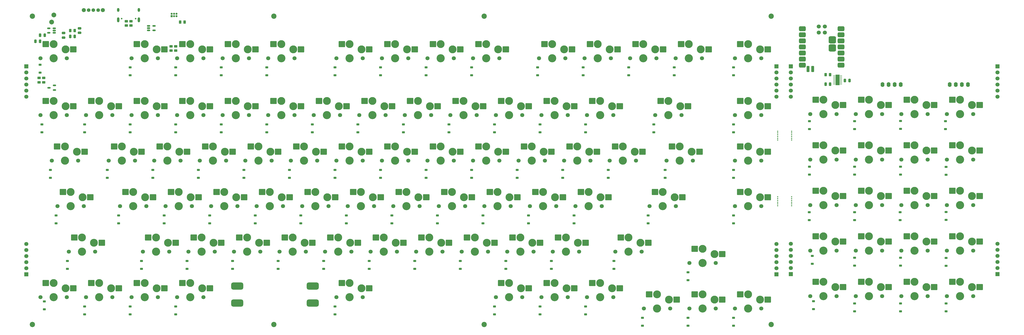
<source format=gbr>
%TF.GenerationSoftware,KiCad,Pcbnew,9.0.3*%
%TF.CreationDate,2026-01-06T15:55:56+03:00*%
%TF.ProjectId,Keyboard,4b657962-6f61-4726-942e-6b696361645f,rev?*%
%TF.SameCoordinates,Original*%
%TF.FileFunction,Soldermask,Bot*%
%TF.FilePolarity,Negative*%
%FSLAX46Y46*%
G04 Gerber Fmt 4.6, Leading zero omitted, Abs format (unit mm)*
G04 Created by KiCad (PCBNEW 9.0.3) date 2026-01-06 15:55:56*
%MOMM*%
%LPD*%
G01*
G04 APERTURE LIST*
G04 Aperture macros list*
%AMRoundRect*
0 Rectangle with rounded corners*
0 $1 Rounding radius*
0 $2 $3 $4 $5 $6 $7 $8 $9 X,Y pos of 4 corners*
0 Add a 4 corners polygon primitive as box body*
4,1,4,$2,$3,$4,$5,$6,$7,$8,$9,$2,$3,0*
0 Add four circle primitives for the rounded corners*
1,1,$1+$1,$2,$3*
1,1,$1+$1,$4,$5*
1,1,$1+$1,$6,$7*
1,1,$1+$1,$8,$9*
0 Add four rect primitives between the rounded corners*
20,1,$1+$1,$2,$3,$4,$5,0*
20,1,$1+$1,$4,$5,$6,$7,0*
20,1,$1+$1,$6,$7,$8,$9,0*
20,1,$1+$1,$8,$9,$2,$3,0*%
G04 Aperture macros list end*
%ADD10C,0.500000*%
%ADD11O,1.600000X2.000000*%
%ADD12RoundRect,0.250000X-0.250000X-0.475000X0.250000X-0.475000X0.250000X0.475000X-0.250000X0.475000X0*%
%ADD13RoundRect,0.250000X0.250000X0.475000X-0.250000X0.475000X-0.250000X-0.475000X0.250000X-0.475000X0*%
%ADD14RoundRect,0.250000X-0.475000X0.250000X-0.475000X-0.250000X0.475000X-0.250000X0.475000X0.250000X0*%
%ADD15C,1.700000*%
%ADD16R,1.700000X1.700000*%
%ADD17RoundRect,0.225000X0.375000X-0.225000X0.375000X0.225000X-0.375000X0.225000X-0.375000X-0.225000X0*%
%ADD18RoundRect,0.150000X0.512500X0.150000X-0.512500X0.150000X-0.512500X-0.150000X0.512500X-0.150000X0*%
%ADD19C,2.200000*%
%ADD20C,0.650000*%
%ADD21O,1.000000X2.100000*%
%ADD22O,1.000000X1.600000*%
%ADD23C,0.850000*%
%ADD24R,0.850000X0.850000*%
%ADD25RoundRect,0.250000X0.450000X-0.262500X0.450000X0.262500X-0.450000X0.262500X-0.450000X-0.262500X0*%
%ADD26RoundRect,0.250000X-0.450000X0.262500X-0.450000X-0.262500X0.450000X-0.262500X0.450000X0.262500X0*%
%ADD27RoundRect,0.250000X-0.262500X-0.450000X0.262500X-0.450000X0.262500X0.450000X-0.262500X0.450000X0*%
%ADD28RoundRect,0.250000X0.262500X0.450000X-0.262500X0.450000X-0.262500X-0.450000X0.262500X-0.450000X0*%
%ADD29C,3.400000*%
%ADD30C,3.300000*%
%ADD31RoundRect,0.260000X-1.065000X-1.040000X1.065000X-1.040000X1.065000X1.040000X-1.065000X1.040000X0*%
%ADD32C,2.000000*%
%ADD33RoundRect,0.150000X-0.512500X-0.150000X0.512500X-0.150000X0.512500X0.150000X-0.512500X0.150000X0*%
%ADD34RoundRect,0.525400X0.900400X0.525400X-0.900400X0.525400X-0.900400X-0.525400X0.900400X-0.525400X0*%
%ADD35RoundRect,0.775400X-0.775400X-0.775400X0.775400X-0.775400X0.775400X0.775400X-0.775400X0.775400X0*%
%ADD36RoundRect,0.300400X-0.300400X1.000400X-0.300400X-1.000400X0.300400X-1.000400X0.300400X1.000400X0*%
%ADD37RoundRect,0.750000X1.750000X0.750000X-1.750000X0.750000X-1.750000X-0.750000X1.750000X-0.750000X0*%
%ADD38C,1.712000*%
%ADD39C,1.512000*%
%ADD40R,1.750000X4.500001*%
%ADD41R,0.804800X0.249200*%
G04 APERTURE END LIST*
D10*
%TO.C,REF\u002A\u002A*%
X315699999Y-83349997D03*
X315699999Y-80389997D03*
X315699999Y-82609997D03*
X315699999Y-81129997D03*
X315699999Y-81869997D03*
X315699999Y-79649997D03*
%TD*%
%TO.C,REF\u002A\u002A*%
X321549999Y-79649997D03*
X321549999Y-82609997D03*
X321549999Y-80389997D03*
X321549999Y-81869997D03*
X321549999Y-81129997D03*
X321549999Y-83349997D03*
%TD*%
%TO.C,REF\u002A\u002A*%
X315700000Y-55850000D03*
X315700000Y-52890000D03*
X315700000Y-55110000D03*
X315700000Y-53630000D03*
X315700000Y-54370000D03*
X315700000Y-52150000D03*
%TD*%
%TO.C,REF\u002A\u002A*%
X321550000Y-52150000D03*
X321550000Y-55110000D03*
X321550000Y-52890000D03*
X321550000Y-54370000D03*
X321550000Y-53630000D03*
X321550000Y-55850000D03*
%TD*%
D11*
%TO.C,Brd11*%
X392807669Y-32582235D03*
X395347669Y-32582235D03*
X390267669Y-32582235D03*
X387727669Y-32582235D03*
%TD*%
%TO.C,Brd12*%
X359607669Y-32582235D03*
X362147669Y-32582235D03*
X367227669Y-32582235D03*
X364687669Y-32582235D03*
%TD*%
D12*
%TO.C,C3*%
X21700000Y-12500000D03*
X19800000Y-12500000D03*
%TD*%
D13*
%TO.C,C5*%
X7250000Y-12000000D03*
X9150000Y-12000000D03*
%TD*%
D12*
%TO.C,C6*%
X7200000Y-14500000D03*
X5300000Y-14500000D03*
%TD*%
D14*
%TO.C,C8*%
X17000000Y-12950000D03*
X17000000Y-11050000D03*
%TD*%
%TO.C,C11*%
X23750000Y-10950000D03*
X23750000Y-9050000D03*
%TD*%
D13*
%TO.C,C12*%
X337677669Y-32432235D03*
X335777669Y-32432235D03*
%TD*%
D12*
%TO.C,C13*%
X343872869Y-30932235D03*
X345772869Y-30932235D03*
%TD*%
D15*
%TO.C,Conn1*%
X1500000Y-37700000D03*
X1500000Y-35160000D03*
X1500000Y-32620000D03*
X1500000Y-30080000D03*
X1500000Y-27540000D03*
D16*
X1500000Y-25000000D03*
%TD*%
D15*
%TO.C,Conn2*%
X1500000Y-99300000D03*
X1500000Y-101840000D03*
X1500000Y-104380000D03*
X1500000Y-106920000D03*
X1500000Y-109460000D03*
D16*
X1500000Y-112000000D03*
%TD*%
D15*
%TO.C,Conn3*%
X315250000Y-37700000D03*
X315250000Y-35160000D03*
X315250000Y-32620000D03*
X315250000Y-30080000D03*
X315250000Y-27540000D03*
D16*
X315250000Y-25000000D03*
%TD*%
D15*
%TO.C,Conn4*%
X315250000Y-99300000D03*
X315250000Y-101840000D03*
X315250000Y-104380000D03*
X315250000Y-106920000D03*
X315250000Y-109460000D03*
D16*
X315250000Y-112000000D03*
%TD*%
D15*
%TO.C,Conn5*%
X321227669Y-37682235D03*
X321227669Y-35142235D03*
X321227669Y-32602235D03*
X321227669Y-30062235D03*
X321227669Y-27522235D03*
D16*
X321227669Y-24982235D03*
%TD*%
%TO.C,Conn6*%
X321227669Y-111982235D03*
D15*
X321227669Y-109442235D03*
X321227669Y-106902235D03*
X321227669Y-104362235D03*
X321227669Y-101822235D03*
X321227669Y-99282235D03*
%TD*%
D16*
%TO.C,Conn7*%
X407727669Y-24982235D03*
D15*
X407727669Y-27522235D03*
X407727669Y-30062235D03*
X407727669Y-32602235D03*
X407727669Y-35142235D03*
X407727669Y-37682235D03*
%TD*%
D16*
%TO.C,Conn8*%
X407727669Y-111982235D03*
D15*
X407727669Y-109442235D03*
X407727669Y-106902235D03*
X407727669Y-104362235D03*
X407727669Y-101822235D03*
X407727669Y-99282235D03*
%TD*%
D17*
%TO.C,D1*%
X7250000Y-24350000D03*
X7250000Y-27650000D03*
%TD*%
%TO.C,D2*%
X44870000Y-25450000D03*
X44870000Y-28750000D03*
%TD*%
%TO.C,D3*%
X63920000Y-25450000D03*
X63920000Y-28750000D03*
%TD*%
%TO.C,D4*%
X82970000Y-25450000D03*
X82970000Y-28750000D03*
%TD*%
%TO.C,D5*%
X102020000Y-25450000D03*
X102020000Y-28750000D03*
%TD*%
%TO.C,D6*%
X130595000Y-25450000D03*
X130595000Y-28750000D03*
%TD*%
%TO.C,D7*%
X149645000Y-25450000D03*
X149645000Y-28750000D03*
%TD*%
%TO.C,D8*%
X168695000Y-25450000D03*
X168695000Y-28750000D03*
%TD*%
%TO.C,D9*%
X187745000Y-25450000D03*
X187745000Y-28750000D03*
%TD*%
%TO.C,D10*%
X215367500Y-25450000D03*
X215367500Y-28750000D03*
%TD*%
%TO.C,D11*%
X234417500Y-25450000D03*
X234417500Y-28750000D03*
%TD*%
%TO.C,D12*%
X253467500Y-25450000D03*
X253467500Y-28750000D03*
%TD*%
%TO.C,D13*%
X272517500Y-25450000D03*
X272517500Y-28750000D03*
%TD*%
%TO.C,D14*%
X297282500Y-25450000D03*
X297282500Y-28750000D03*
%TD*%
%TO.C,D15*%
X8000000Y-49262500D03*
X8000000Y-52562500D03*
%TD*%
%TO.C,D16*%
X25820000Y-49262500D03*
X25820000Y-52562500D03*
%TD*%
%TO.C,D17*%
X44870000Y-49262500D03*
X44870000Y-52562500D03*
%TD*%
%TO.C,D18*%
X63920000Y-49262500D03*
X63920000Y-52562500D03*
%TD*%
%TO.C,D19*%
X82970000Y-49262500D03*
X82970000Y-52562500D03*
%TD*%
%TO.C,D20*%
X102020000Y-49262500D03*
X102020000Y-52562500D03*
%TD*%
%TO.C,D21*%
X121070000Y-49262500D03*
X121070000Y-52562500D03*
%TD*%
%TO.C,D22*%
X140120000Y-49262500D03*
X140120000Y-52562500D03*
%TD*%
%TO.C,D23*%
X159170000Y-49262500D03*
X159170000Y-52562500D03*
%TD*%
%TO.C,D24*%
X178220000Y-49262500D03*
X178220000Y-52562500D03*
%TD*%
%TO.C,D25*%
X197270000Y-49262500D03*
X197270000Y-52562500D03*
%TD*%
%TO.C,D26*%
X216320000Y-49262500D03*
X216320000Y-52562500D03*
%TD*%
%TO.C,D27*%
X235370000Y-49262500D03*
X235370000Y-52562500D03*
%TD*%
%TO.C,D28*%
X263945000Y-49262500D03*
X263945000Y-52562500D03*
%TD*%
%TO.C,D29*%
X297282500Y-49262500D03*
X297282500Y-52562500D03*
%TD*%
%TO.C,D30*%
X11532500Y-68312500D03*
X11532500Y-71612500D03*
%TD*%
%TO.C,D31*%
X35345000Y-68312500D03*
X35345000Y-71612500D03*
%TD*%
%TO.C,D32*%
X54395000Y-68312500D03*
X54395000Y-71612500D03*
%TD*%
%TO.C,D33*%
X73445000Y-68312500D03*
X73445000Y-71612500D03*
%TD*%
%TO.C,D34*%
X92495000Y-68312500D03*
X92495000Y-71612500D03*
%TD*%
%TO.C,D35*%
X111545000Y-68312500D03*
X111545000Y-71612500D03*
%TD*%
%TO.C,D36*%
X130595000Y-68312500D03*
X130595000Y-71612500D03*
%TD*%
%TO.C,D37*%
X149645000Y-68312500D03*
X149645000Y-71612500D03*
%TD*%
%TO.C,D38*%
X168695000Y-68312500D03*
X168695000Y-71612500D03*
%TD*%
%TO.C,D39*%
X187745000Y-68312500D03*
X187745000Y-71612500D03*
%TD*%
%TO.C,D40*%
X206795000Y-68312500D03*
X206795000Y-71612500D03*
%TD*%
%TO.C,D41*%
X225845000Y-68312500D03*
X225845000Y-71612500D03*
%TD*%
%TO.C,D42*%
X244895000Y-68312500D03*
X244895000Y-71612500D03*
%TD*%
%TO.C,D43*%
X268707500Y-68312500D03*
X268707500Y-71612500D03*
%TD*%
%TO.C,D44*%
X297282500Y-68312500D03*
X297282500Y-71612500D03*
%TD*%
%TO.C,D45*%
X13913750Y-87362500D03*
X13913750Y-90662500D03*
%TD*%
%TO.C,D46*%
X40107500Y-87362500D03*
X40107500Y-90662500D03*
%TD*%
%TO.C,D47*%
X59157500Y-87362500D03*
X59157500Y-90662500D03*
%TD*%
%TO.C,D48*%
X78207500Y-87362500D03*
X78207500Y-90662500D03*
%TD*%
%TO.C,D49*%
X97257500Y-87362500D03*
X97257500Y-90662500D03*
%TD*%
%TO.C,D50*%
X116307500Y-87362500D03*
X116307500Y-90662500D03*
%TD*%
%TO.C,D51*%
X135357500Y-87362500D03*
X135357500Y-90662500D03*
%TD*%
%TO.C,D52*%
X154407500Y-87362500D03*
X154407500Y-90662500D03*
%TD*%
%TO.C,D53*%
X173457500Y-87362500D03*
X173457500Y-90662500D03*
%TD*%
%TO.C,D54*%
X192507500Y-87362500D03*
X192507500Y-90662500D03*
%TD*%
%TO.C,D55*%
X211557500Y-87362500D03*
X211557500Y-90662500D03*
%TD*%
%TO.C,D56*%
X230607500Y-87362500D03*
X230607500Y-90662500D03*
%TD*%
%TO.C,D57*%
X261563750Y-87362500D03*
X261563750Y-90662500D03*
%TD*%
%TO.C,D58*%
X297282500Y-87362500D03*
X297282500Y-90662500D03*
%TD*%
%TO.C,D59*%
X18676250Y-106412500D03*
X18676250Y-109712500D03*
%TD*%
%TO.C,D60*%
X49632500Y-106412500D03*
X49632500Y-109712500D03*
%TD*%
%TO.C,D61*%
X68682500Y-106412500D03*
X68682500Y-109712500D03*
%TD*%
%TO.C,D62*%
X87732500Y-106412500D03*
X87732500Y-109712500D03*
%TD*%
%TO.C,D63*%
X106782500Y-106412500D03*
X106782500Y-109712500D03*
%TD*%
%TO.C,D64*%
X125832500Y-106412500D03*
X125832500Y-109712500D03*
%TD*%
%TO.C,D65*%
X144882500Y-106412500D03*
X144882500Y-109712500D03*
%TD*%
%TO.C,D66*%
X163932500Y-106412500D03*
X163932500Y-109712500D03*
%TD*%
%TO.C,D67*%
X182982500Y-106412500D03*
X182982500Y-109712500D03*
%TD*%
%TO.C,D68*%
X202032500Y-106412500D03*
X202032500Y-109712500D03*
%TD*%
%TO.C,D69*%
X221082500Y-106412500D03*
X221082500Y-109712500D03*
%TD*%
%TO.C,D70*%
X247276250Y-106412500D03*
X247276250Y-109712500D03*
%TD*%
%TO.C,D71*%
X278232500Y-111175000D03*
X278232500Y-114475000D03*
%TD*%
%TO.C,D72*%
X9000000Y-123350000D03*
X9000000Y-126650000D03*
%TD*%
%TO.C,D73*%
X25820000Y-125462500D03*
X25820000Y-128762500D03*
%TD*%
%TO.C,D74*%
X44870000Y-125462500D03*
X44870000Y-128762500D03*
%TD*%
%TO.C,D75*%
X63920000Y-125462500D03*
X63920000Y-128762500D03*
%TD*%
%TO.C,D76*%
X130595000Y-125462500D03*
X130595000Y-128762500D03*
%TD*%
%TO.C,D77*%
X197270000Y-125462500D03*
X197270000Y-128762500D03*
%TD*%
%TO.C,D78*%
X216320000Y-125462500D03*
X216320000Y-128762500D03*
%TD*%
%TO.C,D79*%
X235370000Y-125462500D03*
X235370000Y-128762500D03*
%TD*%
%TO.C,D80*%
X259182500Y-130225000D03*
X259182500Y-133525000D03*
%TD*%
%TO.C,D81*%
X278232500Y-130225000D03*
X278232500Y-133525000D03*
%TD*%
%TO.C,D82*%
X297282500Y-130225000D03*
X297282500Y-133525000D03*
%TD*%
D18*
%TO.C,D83*%
X10975000Y-33950000D03*
X13250000Y-34900000D03*
X13250000Y-33000000D03*
%TD*%
D17*
%TO.C,D84*%
X329030669Y-47959735D03*
X329030669Y-51259735D03*
%TD*%
%TO.C,D85*%
X347922669Y-47959735D03*
X347922669Y-51259735D03*
%TD*%
%TO.C,D86*%
X367130669Y-47881735D03*
X367130669Y-51181735D03*
%TD*%
%TO.C,D87*%
X385922669Y-47959735D03*
X385922669Y-51259735D03*
%TD*%
%TO.C,D88*%
X329030669Y-66959735D03*
X329030669Y-70259735D03*
%TD*%
%TO.C,D89*%
X347922669Y-66959735D03*
X347922669Y-70259735D03*
%TD*%
%TO.C,D90*%
X367130669Y-66959735D03*
X367130669Y-70259735D03*
%TD*%
%TO.C,D91*%
X386172669Y-67059735D03*
X386172669Y-70359735D03*
%TD*%
%TO.C,D92*%
X328922669Y-86059735D03*
X328922669Y-89359735D03*
%TD*%
%TO.C,D93*%
X347922669Y-86059735D03*
X347922669Y-89359735D03*
%TD*%
%TO.C,D94*%
X366922669Y-86059735D03*
X366922669Y-89359735D03*
%TD*%
%TO.C,D95*%
X386172669Y-85959735D03*
X386172669Y-89259735D03*
%TD*%
%TO.C,D96*%
X330227669Y-104332235D03*
X330227669Y-107632235D03*
%TD*%
%TO.C,D97*%
X347922669Y-105059735D03*
X347922669Y-108359735D03*
%TD*%
%TO.C,D98*%
X367172669Y-105059735D03*
X367172669Y-108359735D03*
%TD*%
%TO.C,D99*%
X386172669Y-105209735D03*
X386172669Y-108509735D03*
%TD*%
%TO.C,D100*%
X330727669Y-123332235D03*
X330727669Y-126632235D03*
%TD*%
%TO.C,D101*%
X347922669Y-124209735D03*
X347922669Y-127509735D03*
%TD*%
%TO.C,D102*%
X367172669Y-124209735D03*
X367172669Y-127509735D03*
%TD*%
%TO.C,D103*%
X386172669Y-124209735D03*
X386172669Y-127509735D03*
%TD*%
D19*
%TO.C,H11*%
X4000000Y-4000000D03*
%TD*%
%TO.C,H12*%
X4000000Y-133000000D03*
%TD*%
%TO.C,H13*%
X313000000Y-133000000D03*
%TD*%
%TO.C,H14*%
X313000000Y-4000000D03*
%TD*%
%TO.C,H15*%
X193000000Y-133000000D03*
%TD*%
%TO.C,H16*%
X105000000Y-133000000D03*
%TD*%
%TO.C,H17*%
X193000000Y-4000000D03*
%TD*%
%TO.C,H18*%
X105000000Y-4000000D03*
%TD*%
D20*
%TO.C,J1*%
X47140000Y-5000000D03*
X41360000Y-5000000D03*
D21*
X48570000Y-5530000D03*
D22*
X48570000Y-1350000D03*
D21*
X39930000Y-5530000D03*
D22*
X39930000Y-1350000D03*
%TD*%
D23*
%TO.C,J2*%
X64250000Y-3000000D03*
X64250000Y-4000000D03*
X63250000Y-3000000D03*
X63250000Y-4000000D03*
X62250000Y-3000000D03*
D24*
X62250000Y-4000000D03*
%TD*%
D25*
%TO.C,R1*%
X45250000Y-6087500D03*
X45250000Y-7912500D03*
%TD*%
%TO.C,R2*%
X43250000Y-6087500D03*
X43250000Y-7912500D03*
%TD*%
D26*
%TO.C,R5*%
X63964881Y-18412806D03*
X63964881Y-16587806D03*
%TD*%
D25*
%TO.C,R8*%
X62003046Y-16587500D03*
X62003046Y-18412500D03*
%TD*%
D26*
%TO.C,R9*%
X6750000Y-31662500D03*
X6750000Y-29837500D03*
%TD*%
%TO.C,R10*%
X8750000Y-31662500D03*
X8750000Y-29837500D03*
%TD*%
D27*
%TO.C,R11*%
X67662500Y-6500000D03*
X65837500Y-6500000D03*
%TD*%
D28*
%TO.C,R20*%
X19837500Y-10000000D03*
X21662500Y-10000000D03*
%TD*%
%TO.C,R26*%
X337640169Y-28482235D03*
X335815169Y-28482235D03*
%TD*%
D15*
%TO.C,SW1*%
X7350000Y-21600000D03*
D29*
X12850000Y-21600000D03*
D15*
X18350000Y-21600000D03*
D30*
X17850000Y-17850000D03*
D31*
X21095000Y-17850000D03*
X9605000Y-15650000D03*
D30*
X12850000Y-15650000D03*
%TD*%
D15*
%TO.C,SW2*%
X45450000Y-21600000D03*
D29*
X50950000Y-21600000D03*
D15*
X56450000Y-21600000D03*
D30*
X55950000Y-17850000D03*
D31*
X59195000Y-17850000D03*
X47705000Y-15650000D03*
D30*
X50950000Y-15650000D03*
%TD*%
D15*
%TO.C,SW3*%
X64500000Y-21600000D03*
D29*
X70000000Y-21600000D03*
D15*
X75500000Y-21600000D03*
D30*
X75000000Y-17850000D03*
D31*
X78245000Y-17850000D03*
X66755000Y-15650000D03*
D30*
X70000000Y-15650000D03*
%TD*%
D15*
%TO.C,SW4*%
X83550000Y-21600000D03*
D29*
X89050000Y-21600000D03*
D15*
X94550000Y-21600000D03*
D30*
X94050000Y-17850000D03*
D31*
X97295000Y-17850000D03*
X85805000Y-15650000D03*
D30*
X89050000Y-15650000D03*
%TD*%
D15*
%TO.C,SW5*%
X102600000Y-21600000D03*
D29*
X108100000Y-21600000D03*
D15*
X113600000Y-21600000D03*
D30*
X113100000Y-17850000D03*
D31*
X116345000Y-17850000D03*
X104855000Y-15650000D03*
D30*
X108100000Y-15650000D03*
%TD*%
D15*
%TO.C,SW6*%
X131175000Y-21600000D03*
D29*
X136675000Y-21600000D03*
D15*
X142175000Y-21600000D03*
D30*
X141675000Y-17850000D03*
D31*
X144920000Y-17850000D03*
X133430000Y-15650000D03*
D30*
X136675000Y-15650000D03*
%TD*%
D15*
%TO.C,SW7*%
X150225000Y-21600000D03*
D29*
X155725000Y-21600000D03*
D15*
X161225000Y-21600000D03*
D30*
X160725000Y-17850000D03*
D31*
X163970000Y-17850000D03*
X152480000Y-15650000D03*
D30*
X155725000Y-15650000D03*
%TD*%
D15*
%TO.C,SW8*%
X169275000Y-21600000D03*
D29*
X174775000Y-21600000D03*
D15*
X180275000Y-21600000D03*
D30*
X179775000Y-17850000D03*
D31*
X183020000Y-17850000D03*
X171530000Y-15650000D03*
D30*
X174775000Y-15650000D03*
%TD*%
D15*
%TO.C,SW9*%
X188325000Y-21600000D03*
D29*
X193825000Y-21600000D03*
D15*
X199325000Y-21600000D03*
D30*
X198825000Y-17850000D03*
D31*
X202070000Y-17850000D03*
X190580000Y-15650000D03*
D30*
X193825000Y-15650000D03*
%TD*%
D15*
%TO.C,SW10*%
X215947500Y-21600000D03*
D29*
X221447500Y-21600000D03*
D15*
X226947500Y-21600000D03*
D30*
X226447500Y-17850000D03*
D31*
X229692500Y-17850000D03*
X218202500Y-15650000D03*
D30*
X221447500Y-15650000D03*
%TD*%
D15*
%TO.C,SW11*%
X234997500Y-21600000D03*
D29*
X240497500Y-21600000D03*
D15*
X245997500Y-21600000D03*
D30*
X245497500Y-17850000D03*
D31*
X248742500Y-17850000D03*
X237252500Y-15650000D03*
D30*
X240497500Y-15650000D03*
%TD*%
D15*
%TO.C,SW12*%
X254047500Y-21600000D03*
D29*
X259547500Y-21600000D03*
D15*
X265047500Y-21600000D03*
D30*
X264547500Y-17850000D03*
D31*
X267792500Y-17850000D03*
X256302500Y-15650000D03*
D30*
X259547500Y-15650000D03*
%TD*%
D15*
%TO.C,SW13*%
X273097500Y-21600000D03*
D29*
X278597500Y-21600000D03*
D15*
X284097500Y-21600000D03*
D30*
X283597500Y-17850000D03*
D31*
X286842500Y-17850000D03*
X275352500Y-15650000D03*
D30*
X278597500Y-15650000D03*
%TD*%
D15*
%TO.C,SW14*%
X297862500Y-21600000D03*
D29*
X303362500Y-21600000D03*
D15*
X308862500Y-21600000D03*
D30*
X308362500Y-17850000D03*
D31*
X311607500Y-17850000D03*
X300117500Y-15650000D03*
D30*
X303362500Y-15650000D03*
%TD*%
D15*
%TO.C,SW15*%
X7350000Y-45412500D03*
D29*
X12850000Y-45412500D03*
D15*
X18350000Y-45412500D03*
D30*
X17850000Y-41662500D03*
D31*
X21095000Y-41662500D03*
X9605000Y-39462500D03*
D30*
X12850000Y-39462500D03*
%TD*%
D15*
%TO.C,SW16*%
X26400000Y-45412500D03*
D29*
X31900000Y-45412500D03*
D15*
X37400000Y-45412500D03*
D30*
X36900000Y-41662500D03*
D31*
X40145000Y-41662500D03*
X28655000Y-39462500D03*
D30*
X31900000Y-39462500D03*
%TD*%
D15*
%TO.C,SW17*%
X45450000Y-45412500D03*
D29*
X50950000Y-45412500D03*
D15*
X56450000Y-45412500D03*
D30*
X55950000Y-41662500D03*
D31*
X59195000Y-41662500D03*
X47705000Y-39462500D03*
D30*
X50950000Y-39462500D03*
%TD*%
D15*
%TO.C,SW18*%
X64500000Y-45412500D03*
D29*
X70000000Y-45412500D03*
D15*
X75500000Y-45412500D03*
D30*
X75000000Y-41662500D03*
D31*
X78245000Y-41662500D03*
X66755000Y-39462500D03*
D30*
X70000000Y-39462500D03*
%TD*%
D15*
%TO.C,SW19*%
X83550000Y-45412500D03*
D29*
X89050000Y-45412500D03*
D15*
X94550000Y-45412500D03*
D30*
X94050000Y-41662500D03*
D31*
X97295000Y-41662500D03*
X85805000Y-39462500D03*
D30*
X89050000Y-39462500D03*
%TD*%
D15*
%TO.C,SW20*%
X102600000Y-45412500D03*
D29*
X108100000Y-45412500D03*
D15*
X113600000Y-45412500D03*
D30*
X113100000Y-41662500D03*
D31*
X116345000Y-41662500D03*
X104855000Y-39462500D03*
D30*
X108100000Y-39462500D03*
%TD*%
D15*
%TO.C,SW21*%
X121650000Y-45412500D03*
D29*
X127150000Y-45412500D03*
D15*
X132650000Y-45412500D03*
D30*
X132150000Y-41662500D03*
D31*
X135395000Y-41662500D03*
X123905000Y-39462500D03*
D30*
X127150000Y-39462500D03*
%TD*%
D15*
%TO.C,SW22*%
X140700000Y-45412500D03*
D29*
X146200000Y-45412500D03*
D15*
X151700000Y-45412500D03*
D30*
X151200000Y-41662500D03*
D31*
X154445000Y-41662500D03*
X142955000Y-39462500D03*
D30*
X146200000Y-39462500D03*
%TD*%
D15*
%TO.C,SW23*%
X159750000Y-45412500D03*
D29*
X165250000Y-45412500D03*
D15*
X170750000Y-45412500D03*
D30*
X170250000Y-41662500D03*
D31*
X173495000Y-41662500D03*
X162005000Y-39462500D03*
D30*
X165250000Y-39462500D03*
%TD*%
D15*
%TO.C,SW24*%
X178800000Y-45412500D03*
D29*
X184300000Y-45412500D03*
D15*
X189800000Y-45412500D03*
D30*
X189300000Y-41662500D03*
D31*
X192545000Y-41662500D03*
X181055000Y-39462500D03*
D30*
X184300000Y-39462500D03*
%TD*%
D15*
%TO.C,SW25*%
X197850000Y-45412500D03*
D29*
X203350000Y-45412500D03*
D15*
X208850000Y-45412500D03*
D30*
X208350000Y-41662500D03*
D31*
X211595000Y-41662500D03*
X200105000Y-39462500D03*
D30*
X203350000Y-39462500D03*
%TD*%
D15*
%TO.C,SW26*%
X216900000Y-45412500D03*
D29*
X222400000Y-45412500D03*
D15*
X227900000Y-45412500D03*
D30*
X227400000Y-41662500D03*
D31*
X230645000Y-41662500D03*
X219155000Y-39462500D03*
D30*
X222400000Y-39462500D03*
%TD*%
D15*
%TO.C,SW27*%
X235950000Y-45412500D03*
D29*
X241450000Y-45412500D03*
D15*
X246950000Y-45412500D03*
D30*
X246450000Y-41662500D03*
D31*
X249695000Y-41662500D03*
X238205000Y-39462500D03*
D30*
X241450000Y-39462500D03*
%TD*%
D15*
%TO.C,SW28*%
X264525000Y-45412500D03*
D29*
X270025000Y-45412500D03*
D15*
X275525000Y-45412500D03*
D30*
X275025000Y-41662500D03*
D31*
X278270000Y-41662500D03*
X266780000Y-39462500D03*
D30*
X270025000Y-39462500D03*
%TD*%
D15*
%TO.C,SW29*%
X297862500Y-45412500D03*
D29*
X303362500Y-45412500D03*
D15*
X308862500Y-45412500D03*
D30*
X308362500Y-41662500D03*
D31*
X311607500Y-41662500D03*
X300117500Y-39462500D03*
D30*
X303362500Y-39462500D03*
%TD*%
D15*
%TO.C,SW30*%
X12112500Y-64462500D03*
D29*
X17612500Y-64462500D03*
D15*
X23112500Y-64462500D03*
D30*
X22612500Y-60712500D03*
D31*
X25857500Y-60712500D03*
X14367500Y-58512500D03*
D30*
X17612500Y-58512500D03*
%TD*%
D15*
%TO.C,SW31*%
X35925000Y-64462500D03*
D29*
X41425000Y-64462500D03*
D15*
X46925000Y-64462500D03*
D30*
X46425000Y-60712500D03*
D31*
X49670000Y-60712500D03*
X38180000Y-58512500D03*
D30*
X41425000Y-58512500D03*
%TD*%
D15*
%TO.C,SW32*%
X54975000Y-64462500D03*
D29*
X60475000Y-64462500D03*
D15*
X65975000Y-64462500D03*
D30*
X65475000Y-60712500D03*
D31*
X68720000Y-60712500D03*
X57230000Y-58512500D03*
D30*
X60475000Y-58512500D03*
%TD*%
D15*
%TO.C,SW33*%
X74025000Y-64462500D03*
D29*
X79525000Y-64462500D03*
D15*
X85025000Y-64462500D03*
D30*
X84525000Y-60712500D03*
D31*
X87770000Y-60712500D03*
X76280000Y-58512500D03*
D30*
X79525000Y-58512500D03*
%TD*%
D15*
%TO.C,SW34*%
X93075000Y-64462500D03*
D29*
X98575000Y-64462500D03*
D15*
X104075000Y-64462500D03*
D30*
X103575000Y-60712500D03*
D31*
X106820000Y-60712500D03*
X95330000Y-58512500D03*
D30*
X98575000Y-58512500D03*
%TD*%
D15*
%TO.C,SW35*%
X112125000Y-64462500D03*
D29*
X117625000Y-64462500D03*
D15*
X123125000Y-64462500D03*
D30*
X122625000Y-60712500D03*
D31*
X125870000Y-60712500D03*
X114380000Y-58512500D03*
D30*
X117625000Y-58512500D03*
%TD*%
D15*
%TO.C,SW36*%
X131175000Y-64462500D03*
D29*
X136675000Y-64462500D03*
D15*
X142175000Y-64462500D03*
D30*
X141675000Y-60712500D03*
D31*
X144920000Y-60712500D03*
X133430000Y-58512500D03*
D30*
X136675000Y-58512500D03*
%TD*%
D15*
%TO.C,SW37*%
X150225000Y-64462500D03*
D29*
X155725000Y-64462500D03*
D15*
X161225000Y-64462500D03*
D30*
X160725000Y-60712500D03*
D31*
X163970000Y-60712500D03*
X152480000Y-58512500D03*
D30*
X155725000Y-58512500D03*
%TD*%
D15*
%TO.C,SW38*%
X169275000Y-64462500D03*
D29*
X174775000Y-64462500D03*
D15*
X180275000Y-64462500D03*
D30*
X179775000Y-60712500D03*
D31*
X183020000Y-60712500D03*
X171530000Y-58512500D03*
D30*
X174775000Y-58512500D03*
%TD*%
D15*
%TO.C,SW39*%
X188325000Y-64462500D03*
D29*
X193825000Y-64462500D03*
D15*
X199325000Y-64462500D03*
D30*
X198825000Y-60712500D03*
D31*
X202070000Y-60712500D03*
X190580000Y-58512500D03*
D30*
X193825000Y-58512500D03*
%TD*%
D15*
%TO.C,SW40*%
X207375000Y-64462500D03*
D29*
X212875000Y-64462500D03*
D15*
X218375000Y-64462500D03*
D30*
X217875000Y-60712500D03*
D31*
X221120000Y-60712500D03*
X209630000Y-58512500D03*
D30*
X212875000Y-58512500D03*
%TD*%
D15*
%TO.C,SW41*%
X226425000Y-64462500D03*
D29*
X231925000Y-64462500D03*
D15*
X237425000Y-64462500D03*
D30*
X236925000Y-60712500D03*
D31*
X240170000Y-60712500D03*
X228680000Y-58512500D03*
D30*
X231925000Y-58512500D03*
%TD*%
D15*
%TO.C,SW42*%
X245475000Y-64462500D03*
D29*
X250975000Y-64462500D03*
D15*
X256475000Y-64462500D03*
D30*
X255975000Y-60712500D03*
D31*
X259220000Y-60712500D03*
X247730000Y-58512500D03*
D30*
X250975000Y-58512500D03*
%TD*%
D15*
%TO.C,SW43*%
X269287500Y-64462500D03*
D29*
X274787500Y-64462500D03*
D15*
X280287500Y-64462500D03*
D30*
X279787500Y-60712500D03*
D31*
X283032500Y-60712500D03*
X271542500Y-58512500D03*
D30*
X274787500Y-58512500D03*
%TD*%
D15*
%TO.C,SW44*%
X297862500Y-64462500D03*
D29*
X303362500Y-64462500D03*
D15*
X308862500Y-64462500D03*
D30*
X308362500Y-60712500D03*
D31*
X311607500Y-60712500D03*
X300117500Y-58512500D03*
D30*
X303362500Y-58512500D03*
%TD*%
D15*
%TO.C,SW45*%
X14493750Y-83512500D03*
D29*
X19993750Y-83512500D03*
D15*
X25493750Y-83512500D03*
D30*
X24993750Y-79762500D03*
D31*
X28238750Y-79762500D03*
X16748750Y-77562500D03*
D30*
X19993750Y-77562500D03*
%TD*%
D15*
%TO.C,SW46*%
X40687500Y-83512500D03*
D29*
X46187500Y-83512500D03*
D15*
X51687500Y-83512500D03*
D30*
X51187500Y-79762500D03*
D31*
X54432500Y-79762500D03*
X42942500Y-77562500D03*
D30*
X46187500Y-77562500D03*
%TD*%
D15*
%TO.C,SW47*%
X59737500Y-83512500D03*
D29*
X65237500Y-83512500D03*
D15*
X70737500Y-83512500D03*
D30*
X70237500Y-79762500D03*
D31*
X73482500Y-79762500D03*
X61992500Y-77562500D03*
D30*
X65237500Y-77562500D03*
%TD*%
D15*
%TO.C,SW48*%
X78787500Y-83512500D03*
D29*
X84287500Y-83512500D03*
D15*
X89787500Y-83512500D03*
D30*
X89287500Y-79762500D03*
D31*
X92532500Y-79762500D03*
X81042500Y-77562500D03*
D30*
X84287500Y-77562500D03*
%TD*%
D15*
%TO.C,SW49*%
X97837500Y-83512500D03*
D29*
X103337500Y-83512500D03*
D15*
X108837500Y-83512500D03*
D30*
X108337500Y-79762500D03*
D31*
X111582500Y-79762500D03*
X100092500Y-77562500D03*
D30*
X103337500Y-77562500D03*
%TD*%
D15*
%TO.C,SW50*%
X116887500Y-83512500D03*
D29*
X122387500Y-83512500D03*
D15*
X127887500Y-83512500D03*
D30*
X127387500Y-79762500D03*
D31*
X130632500Y-79762500D03*
X119142500Y-77562500D03*
D30*
X122387500Y-77562500D03*
%TD*%
D15*
%TO.C,SW51*%
X135937500Y-83512500D03*
D29*
X141437500Y-83512500D03*
D15*
X146937500Y-83512500D03*
D30*
X146437500Y-79762500D03*
D31*
X149682500Y-79762500D03*
X138192500Y-77562500D03*
D30*
X141437500Y-77562500D03*
%TD*%
D15*
%TO.C,SW52*%
X154987500Y-83512500D03*
D29*
X160487500Y-83512500D03*
D15*
X165987500Y-83512500D03*
D30*
X165487500Y-79762500D03*
D31*
X168732500Y-79762500D03*
X157242500Y-77562500D03*
D30*
X160487500Y-77562500D03*
%TD*%
D15*
%TO.C,SW53*%
X174037500Y-83512500D03*
D29*
X179537500Y-83512500D03*
D15*
X185037500Y-83512500D03*
D30*
X184537500Y-79762500D03*
D31*
X187782500Y-79762500D03*
X176292500Y-77562500D03*
D30*
X179537500Y-77562500D03*
%TD*%
D15*
%TO.C,SW54*%
X193087500Y-83512500D03*
D29*
X198587500Y-83512500D03*
D15*
X204087500Y-83512500D03*
D30*
X203587500Y-79762500D03*
D31*
X206832500Y-79762500D03*
X195342500Y-77562500D03*
D30*
X198587500Y-77562500D03*
%TD*%
D15*
%TO.C,SW55*%
X212137500Y-83512500D03*
D29*
X217637500Y-83512500D03*
D15*
X223137500Y-83512500D03*
D30*
X222637500Y-79762500D03*
D31*
X225882500Y-79762500D03*
X214392500Y-77562500D03*
D30*
X217637500Y-77562500D03*
%TD*%
D15*
%TO.C,SW56*%
X231187500Y-83512500D03*
D29*
X236687500Y-83512500D03*
D15*
X242187500Y-83512500D03*
D30*
X241687500Y-79762500D03*
D31*
X244932500Y-79762500D03*
X233442500Y-77562500D03*
D30*
X236687500Y-77562500D03*
%TD*%
D15*
%TO.C,SW57*%
X262143750Y-83512500D03*
D29*
X267643750Y-83512500D03*
D15*
X273143750Y-83512500D03*
D30*
X272643750Y-79762500D03*
D31*
X275888750Y-79762500D03*
X264398750Y-77562500D03*
D30*
X267643750Y-77562500D03*
%TD*%
D15*
%TO.C,SW58*%
X297862500Y-83512500D03*
D29*
X303362500Y-83512500D03*
D15*
X308862500Y-83512500D03*
D30*
X308362500Y-79762500D03*
D31*
X311607500Y-79762500D03*
X300117500Y-77562500D03*
D30*
X303362500Y-77562500D03*
%TD*%
D15*
%TO.C,SW59*%
X19256250Y-102562500D03*
D29*
X24756250Y-102562500D03*
D15*
X30256250Y-102562500D03*
D30*
X29756250Y-98812500D03*
D31*
X33001250Y-98812500D03*
X21511250Y-96612500D03*
D30*
X24756250Y-96612500D03*
%TD*%
D15*
%TO.C,SW60*%
X50212500Y-102562500D03*
D29*
X55712500Y-102562500D03*
D15*
X61212500Y-102562500D03*
D30*
X60712500Y-98812500D03*
D31*
X63957500Y-98812500D03*
X52467500Y-96612500D03*
D30*
X55712500Y-96612500D03*
%TD*%
D15*
%TO.C,SW61*%
X69262500Y-102562500D03*
D29*
X74762500Y-102562500D03*
D15*
X80262500Y-102562500D03*
D30*
X79762500Y-98812500D03*
D31*
X83007500Y-98812500D03*
X71517500Y-96612500D03*
D30*
X74762500Y-96612500D03*
%TD*%
D15*
%TO.C,SW62*%
X88312500Y-102562500D03*
D29*
X93812500Y-102562500D03*
D15*
X99312500Y-102562500D03*
D30*
X98812500Y-98812500D03*
D31*
X102057500Y-98812500D03*
X90567500Y-96612500D03*
D30*
X93812500Y-96612500D03*
%TD*%
D15*
%TO.C,SW63*%
X107362500Y-102562500D03*
D29*
X112862500Y-102562500D03*
D15*
X118362500Y-102562500D03*
D30*
X117862500Y-98812500D03*
D31*
X121107500Y-98812500D03*
X109617500Y-96612500D03*
D30*
X112862500Y-96612500D03*
%TD*%
D15*
%TO.C,SW64*%
X126412500Y-102562500D03*
D29*
X131912500Y-102562500D03*
D15*
X137412500Y-102562500D03*
D30*
X136912500Y-98812500D03*
D31*
X140157500Y-98812500D03*
X128667500Y-96612500D03*
D30*
X131912500Y-96612500D03*
%TD*%
D15*
%TO.C,SW65*%
X145462500Y-102562500D03*
D29*
X150962500Y-102562500D03*
D15*
X156462500Y-102562500D03*
D30*
X155962500Y-98812500D03*
D31*
X159207500Y-98812500D03*
X147717500Y-96612500D03*
D30*
X150962500Y-96612500D03*
%TD*%
D15*
%TO.C,SW66*%
X164512500Y-102562500D03*
D29*
X170012500Y-102562500D03*
D15*
X175512500Y-102562500D03*
D30*
X175012500Y-98812500D03*
D31*
X178257500Y-98812500D03*
X166767500Y-96612500D03*
D30*
X170012500Y-96612500D03*
%TD*%
D15*
%TO.C,SW67*%
X183562500Y-102562500D03*
D29*
X189062500Y-102562500D03*
D15*
X194562500Y-102562500D03*
D30*
X194062500Y-98812500D03*
D31*
X197307500Y-98812500D03*
X185817500Y-96612500D03*
D30*
X189062500Y-96612500D03*
%TD*%
D15*
%TO.C,SW68*%
X202612500Y-102562500D03*
D29*
X208112500Y-102562500D03*
D15*
X213612500Y-102562500D03*
D30*
X213112500Y-98812500D03*
D31*
X216357500Y-98812500D03*
X204867500Y-96612500D03*
D30*
X208112500Y-96612500D03*
%TD*%
D15*
%TO.C,SW69*%
X221662500Y-102562500D03*
D29*
X227162500Y-102562500D03*
D15*
X232662500Y-102562500D03*
D30*
X232162500Y-98812500D03*
D31*
X235407500Y-98812500D03*
X223917500Y-96612500D03*
D30*
X227162500Y-96612500D03*
%TD*%
D15*
%TO.C,SW70*%
X247856250Y-102562500D03*
D29*
X253356250Y-102562500D03*
D15*
X258856250Y-102562500D03*
D30*
X258356250Y-98812500D03*
D31*
X261601250Y-98812500D03*
X250111250Y-96612500D03*
D30*
X253356250Y-96612500D03*
%TD*%
D15*
%TO.C,SW71*%
X278812500Y-107325000D03*
D29*
X284312500Y-107325000D03*
D15*
X289812500Y-107325000D03*
D30*
X289312500Y-103575000D03*
D31*
X292557500Y-103575000D03*
X281067500Y-101375000D03*
D30*
X284312500Y-101375000D03*
%TD*%
D15*
%TO.C,SW72*%
X7350000Y-121612500D03*
D29*
X12850000Y-121612500D03*
D15*
X18350000Y-121612500D03*
D30*
X17850000Y-117862500D03*
D31*
X21095000Y-117862500D03*
X9605000Y-115662500D03*
D30*
X12850000Y-115662500D03*
%TD*%
D15*
%TO.C,SW73*%
X26400000Y-121612500D03*
D29*
X31900000Y-121612500D03*
D15*
X37400000Y-121612500D03*
D30*
X36900000Y-117862500D03*
D31*
X40145000Y-117862500D03*
X28655000Y-115662500D03*
D30*
X31900000Y-115662500D03*
%TD*%
D15*
%TO.C,SW74*%
X45450000Y-121612500D03*
D29*
X50950000Y-121612500D03*
D15*
X56450000Y-121612500D03*
D30*
X55950000Y-117862500D03*
D31*
X59195000Y-117862500D03*
X47705000Y-115662500D03*
D30*
X50950000Y-115662500D03*
%TD*%
D15*
%TO.C,SW75*%
X64500000Y-121612500D03*
D29*
X70000000Y-121612500D03*
D15*
X75500000Y-121612500D03*
D30*
X75000000Y-117862500D03*
D31*
X78245000Y-117862500D03*
X66755000Y-115662500D03*
D30*
X70000000Y-115662500D03*
%TD*%
D15*
%TO.C,SW76*%
X131175000Y-121612500D03*
D29*
X136675000Y-121612500D03*
D15*
X142175000Y-121612500D03*
D30*
X141675000Y-117862500D03*
D31*
X144920000Y-117862500D03*
X133430000Y-115662500D03*
D30*
X136675000Y-115662500D03*
%TD*%
D15*
%TO.C,SW77*%
X197850000Y-121612500D03*
D29*
X203350000Y-121612500D03*
D15*
X208850000Y-121612500D03*
D30*
X208350000Y-117862500D03*
D31*
X211595000Y-117862500D03*
X200105000Y-115662500D03*
D30*
X203350000Y-115662500D03*
%TD*%
D15*
%TO.C,SW78*%
X216900000Y-121612500D03*
D29*
X222400000Y-121612500D03*
D15*
X227900000Y-121612500D03*
D30*
X227400000Y-117862500D03*
D31*
X230645000Y-117862500D03*
X219155000Y-115662500D03*
D30*
X222400000Y-115662500D03*
%TD*%
D15*
%TO.C,SW79*%
X235950000Y-121612500D03*
D29*
X241450000Y-121612500D03*
D15*
X246950000Y-121612500D03*
D30*
X246450000Y-117862500D03*
D31*
X249695000Y-117862500D03*
X238205000Y-115662500D03*
D30*
X241450000Y-115662500D03*
%TD*%
D15*
%TO.C,SW80*%
X259762500Y-126375000D03*
D29*
X265262500Y-126375000D03*
D15*
X270762500Y-126375000D03*
D30*
X270262500Y-122625000D03*
D31*
X273507500Y-122625000D03*
X262017500Y-120425000D03*
D30*
X265262500Y-120425000D03*
%TD*%
D15*
%TO.C,SW81*%
X278812500Y-126375000D03*
D29*
X284312500Y-126375000D03*
D15*
X289812500Y-126375000D03*
D30*
X289312500Y-122625000D03*
D31*
X292557500Y-122625000D03*
X281067500Y-120425000D03*
D30*
X284312500Y-120425000D03*
%TD*%
D15*
%TO.C,SW82*%
X297862500Y-126375000D03*
D29*
X303362500Y-126375000D03*
D15*
X308862500Y-126375000D03*
D30*
X308362500Y-122625000D03*
D31*
X311607500Y-122625000D03*
X300117500Y-120425000D03*
D30*
X303362500Y-120425000D03*
%TD*%
D15*
%TO.C,SW83*%
X329372669Y-44959735D03*
D29*
X334872669Y-44959735D03*
D15*
X340372669Y-44959735D03*
D30*
X339872669Y-41209735D03*
D31*
X343117669Y-41209735D03*
X331627669Y-39009735D03*
D30*
X334872669Y-39009735D03*
%TD*%
D15*
%TO.C,SW84*%
X348422669Y-44959735D03*
D29*
X353922669Y-44959735D03*
D15*
X359422669Y-44959735D03*
D30*
X358922669Y-41209735D03*
D31*
X362167669Y-41209735D03*
X350677669Y-39009735D03*
D30*
X353922669Y-39009735D03*
%TD*%
D15*
%TO.C,SW85*%
X367472669Y-44959735D03*
D29*
X372972669Y-44959735D03*
D15*
X378472669Y-44959735D03*
D30*
X377972669Y-41209735D03*
D31*
X381217669Y-41209735D03*
X369727669Y-39009735D03*
D30*
X372972669Y-39009735D03*
%TD*%
D15*
%TO.C,SW86*%
X386522669Y-44959735D03*
D29*
X392022669Y-44959735D03*
D15*
X397522669Y-44959735D03*
D30*
X397022669Y-41209735D03*
D31*
X400267669Y-41209735D03*
X388777669Y-39009735D03*
D30*
X392022669Y-39009735D03*
%TD*%
D15*
%TO.C,SW87*%
X329372669Y-64009735D03*
D29*
X334872669Y-64009735D03*
D15*
X340372669Y-64009735D03*
D30*
X339872669Y-60259735D03*
D31*
X343117669Y-60259735D03*
X331627669Y-58059735D03*
D30*
X334872669Y-58059735D03*
%TD*%
D15*
%TO.C,SW88*%
X348422669Y-64009735D03*
D29*
X353922669Y-64009735D03*
D15*
X359422669Y-64009735D03*
D30*
X358922669Y-60259735D03*
D31*
X362167669Y-60259735D03*
X350677669Y-58059735D03*
D30*
X353922669Y-58059735D03*
%TD*%
D15*
%TO.C,SW89*%
X367472669Y-64009735D03*
D29*
X372972669Y-64009735D03*
D15*
X378472669Y-64009735D03*
D30*
X377972669Y-60259735D03*
D31*
X381217669Y-60259735D03*
X369727669Y-58059735D03*
D30*
X372972669Y-58059735D03*
%TD*%
D15*
%TO.C,SW90*%
X386522669Y-64009735D03*
D29*
X392022669Y-64009735D03*
D15*
X397522669Y-64009735D03*
D30*
X397022669Y-60259735D03*
D31*
X400267669Y-60259735D03*
X388777669Y-58059735D03*
D30*
X392022669Y-58059735D03*
%TD*%
D15*
%TO.C,SW91*%
X329372669Y-83059735D03*
D29*
X334872669Y-83059735D03*
D15*
X340372669Y-83059735D03*
D30*
X339872669Y-79309735D03*
D31*
X343117669Y-79309735D03*
X331627669Y-77109735D03*
D30*
X334872669Y-77109735D03*
%TD*%
D15*
%TO.C,SW92*%
X348422669Y-83059735D03*
D29*
X353922669Y-83059735D03*
D15*
X359422669Y-83059735D03*
D30*
X358922669Y-79309735D03*
D31*
X362167669Y-79309735D03*
X350677669Y-77109735D03*
D30*
X353922669Y-77109735D03*
%TD*%
D15*
%TO.C,SW93*%
X367472669Y-83059735D03*
D29*
X372972669Y-83059735D03*
D15*
X378472669Y-83059735D03*
D30*
X377972669Y-79309735D03*
D31*
X381217669Y-79309735D03*
X369727669Y-77109735D03*
D30*
X372972669Y-77109735D03*
%TD*%
D15*
%TO.C,SW94*%
X386522669Y-83059735D03*
D29*
X392022669Y-83059735D03*
D15*
X397522669Y-83059735D03*
D30*
X397022669Y-79309735D03*
D31*
X400267669Y-79309735D03*
X388777669Y-77109735D03*
D30*
X392022669Y-77109735D03*
%TD*%
D15*
%TO.C,SW95*%
X329372669Y-102109735D03*
D29*
X334872669Y-102109735D03*
D15*
X340372669Y-102109735D03*
D30*
X339872669Y-98359735D03*
D31*
X343117669Y-98359735D03*
X331627669Y-96159735D03*
D30*
X334872669Y-96159735D03*
%TD*%
D15*
%TO.C,SW96*%
X348422669Y-102109735D03*
D29*
X353922669Y-102109735D03*
D15*
X359422669Y-102109735D03*
D30*
X358922669Y-98359735D03*
D31*
X362167669Y-98359735D03*
X350677669Y-96159735D03*
D30*
X353922669Y-96159735D03*
%TD*%
%TO.C,SW97*%
X372972669Y-96159735D03*
D31*
X369727669Y-96159735D03*
X381217669Y-98359735D03*
D30*
X377972669Y-98359735D03*
D15*
X378472669Y-102109735D03*
D29*
X372972669Y-102109735D03*
D15*
X367472669Y-102109735D03*
%TD*%
%TO.C,SW98*%
X386522669Y-102109735D03*
D29*
X392022669Y-102109735D03*
D15*
X397522669Y-102109735D03*
D30*
X397022669Y-98359735D03*
D31*
X400267669Y-98359735D03*
X388777669Y-96159735D03*
D30*
X392022669Y-96159735D03*
%TD*%
D15*
%TO.C,SW99*%
X329372669Y-121159735D03*
D29*
X334872669Y-121159735D03*
D15*
X340372669Y-121159735D03*
D30*
X339872669Y-117409735D03*
D31*
X343117669Y-117409735D03*
X331627669Y-115209735D03*
D30*
X334872669Y-115209735D03*
%TD*%
D15*
%TO.C,SW100*%
X348422669Y-121159735D03*
D29*
X353922669Y-121159735D03*
D15*
X359422669Y-121159735D03*
D30*
X358922669Y-117409735D03*
D31*
X362167669Y-117409735D03*
X350677669Y-115209735D03*
D30*
X353922669Y-115209735D03*
%TD*%
D15*
%TO.C,SW101*%
X367472669Y-121159735D03*
D29*
X372972669Y-121159735D03*
D15*
X378472669Y-121159735D03*
D30*
X377972669Y-117409735D03*
D31*
X381217669Y-117409735D03*
X369727669Y-115209735D03*
D30*
X372972669Y-115209735D03*
%TD*%
D15*
%TO.C,SW102*%
X386522669Y-121159735D03*
D29*
X392022669Y-121159735D03*
D15*
X397522669Y-121159735D03*
D30*
X397022669Y-117409735D03*
D31*
X400267669Y-117409735D03*
X388777669Y-115209735D03*
D30*
X392022669Y-115209735D03*
%TD*%
D32*
%TO.C,TP1*%
X12000000Y-6500000D03*
%TD*%
%TO.C,TP2*%
X13000000Y-3500000D03*
%TD*%
D18*
%TO.C,U4*%
X10862500Y-9050000D03*
X10862500Y-10950000D03*
X13137500Y-10950000D03*
X13137500Y-10000000D03*
X13137500Y-9050000D03*
%TD*%
D33*
%TO.C,U5*%
X54887500Y-9950000D03*
X54887500Y-8050000D03*
X52612500Y-8050000D03*
X52612500Y-9000000D03*
X52612500Y-9950000D03*
%TD*%
D34*
%TO.C,U6*%
X342223169Y-9287235D03*
X342223169Y-11827235D03*
X342223169Y-14367235D03*
X342223169Y-16907235D03*
X342223169Y-19447235D03*
X342223169Y-21987235D03*
X342223169Y-24527235D03*
X326058169Y-24527235D03*
X326058169Y-21987235D03*
X326058169Y-19447235D03*
X326058169Y-16907235D03*
X326058169Y-14367235D03*
X326058169Y-11827235D03*
X326058169Y-9287235D03*
D35*
X338613169Y-17307235D03*
X338613169Y-13907235D03*
D36*
X330358169Y-26144135D03*
X328453169Y-26144135D03*
D15*
X335438169Y-8338735D03*
X332898169Y-8338735D03*
X335438169Y-10878735D03*
X332898169Y-10878735D03*
%TD*%
D37*
%TO.C,U11*%
X121233110Y-124102344D03*
X121233110Y-116912135D03*
X89693047Y-124102344D03*
X89693047Y-116912135D03*
%TD*%
D38*
%TO.C,U12*%
X33500000Y-1500000D03*
X25500000Y-1500000D03*
D39*
X31500000Y-1500000D03*
X29500000Y-1500000D03*
X27500000Y-1500000D03*
%TD*%
D40*
%TO.C,U13*%
X340775269Y-30682235D03*
D41*
X339322869Y-28932236D03*
X339322869Y-29432235D03*
X339322869Y-29932237D03*
X339322869Y-30432235D03*
X339322869Y-30932235D03*
X339322869Y-31432236D03*
X339322869Y-31932235D03*
X339322869Y-32432237D03*
X342227669Y-32432234D03*
X342227669Y-31932235D03*
X342227669Y-31432233D03*
X342227669Y-30932235D03*
X342227669Y-30432235D03*
X342227669Y-29932234D03*
X342227669Y-29432235D03*
X342227669Y-28932233D03*
%TD*%
M02*

</source>
